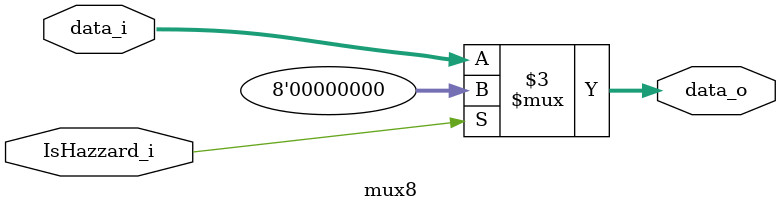
<source format=v>
module mux8(
	data_i,
	IsHazzard_i,
	data_o
);
input	[7:0]		data_i;
output	reg [7:0]	data_o;
input IsHazzard_i;

always@(*)begin
	if(IsHazzard_i)begin
		data_o = 7'b0;
	end
	else begin 
		data_o = data_i;
	end
end

endmodule
</source>
